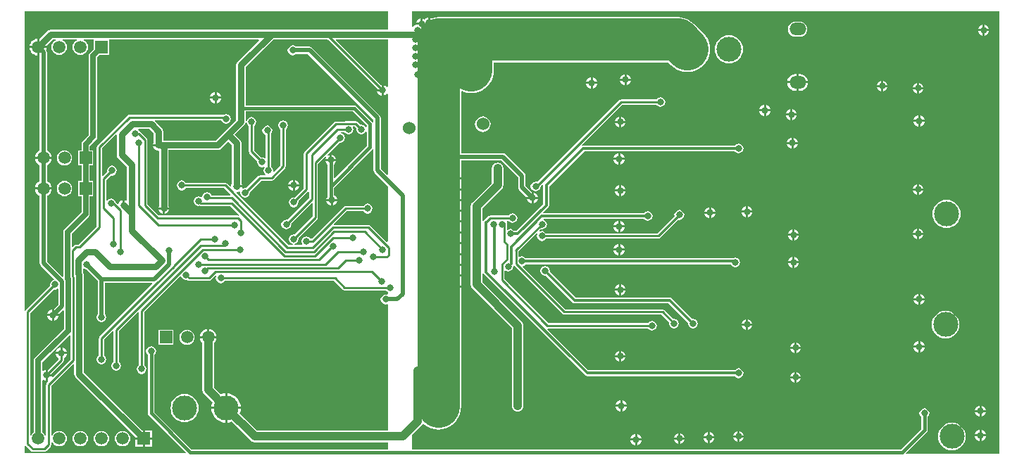
<source format=gbl>
%FSTAX23Y23*%
%MOIN*%
%SFA1B1*%

%IPPOS*%
%ADD36C,0.200000*%
%ADD37C,0.012000*%
%ADD38C,0.040000*%
%ADD39C,0.020000*%
%ADD40C,0.010000*%
%ADD42C,0.030000*%
%ADD45C,0.025000*%
%ADD46C,0.015000*%
%ADD48R,0.059050X0.059050*%
%ADD49C,0.059050*%
%ADD50C,0.118110*%
%ADD51O,0.078740X0.059050*%
%ADD52C,0.060000*%
%ADD53C,0.031500*%
%ADD54C,0.023620*%
%LNpcbbldcdriver-1*%
%LPD*%
G36*
X02212Y03405D02*
Y03363D01*
X02212Y03362*
X02209Y03356*
X02209Y03355*
X02235*
Y03345*
X02209*
X02209Y03343*
X02212Y03337*
X02216Y03331*
X02222Y03327*
X02228Y03324*
X02235Y03324*
X02237Y03321*
Y03063*
X02237Y03062*
X02234Y03056*
X02234Y03055*
X02285*
X02285Y03056*
X02282Y03062*
X02282Y03063*
Y03325*
Y03327*
X02515*
X02523Y03329*
X0253Y03334*
X02565Y03368*
X02582Y0335*
Y03168*
X02582Y03167*
X02579Y03161*
X02579Y03155*
X02578Y03154*
X02574Y03153*
X02558Y03168*
X02554Y03171*
X0255Y03172*
X02364*
X02361Y03176*
X02353Y03181*
X02345Y03183*
X02336Y03181*
X02328Y03176*
X02323Y03168*
X02321Y0316*
X02323Y03151*
X02328Y03143*
X02336Y03138*
X02345Y03136*
X02353Y03138*
X02361Y03143*
X02364Y03147*
X02544*
X02575Y03117*
X02573Y03112*
X02486*
X02486Y03113*
X02481Y03121*
X02473Y03126*
X02465Y03128*
X02456Y03126*
X02448Y03121*
X02443Y03113*
X02442Y03106*
X02437Y03104*
X02436Y03104*
X02433Y03106*
X02425Y03108*
X02416Y03106*
X02408Y03101*
X02403Y03093*
X02401Y03085*
X02403Y03076*
X02408Y03068*
X02416Y03063*
X02425Y03061*
X02432Y03063*
X02435Y03062*
X02574*
X02615Y03022*
X02614Y03016*
X02614Y03016*
X0261Y03017*
X02235*
X02182Y0307*
Y03375*
X02181Y03379*
X02178Y03383*
X02148Y03413*
X02144Y03416*
X02141Y03421*
X02139Y03422*
X02141Y03427*
X0219*
X02212Y03405*
G37*
G36*
X06215Y01887D02*
X05774D01*
X05772Y01891*
X0587Y01989*
X05873Y01994*
X05874Y02*
Y02062*
X05876Y02063*
X05881Y02071*
X05883Y0208*
X05881Y02088*
X05876Y02096*
X05868Y02101*
X0586Y02103*
X05851Y02101*
X05843Y02096*
X05838Y02088*
X05836Y0208*
X05838Y02071*
X05843Y02063*
X05845Y02062*
Y02006*
X05748Y01909*
X03435*
Y01976*
X03479Y0202*
X03483Y02026*
X03484Y02027*
X03489Y02029*
X03496Y02023*
X03511Y02014*
X03526Y02007*
X03543Y02003*
X0356Y02002*
X03576Y02003*
X03593Y02007*
X03608Y02014*
X03623Y02023*
X03635Y02034*
X03646Y02046*
X03655Y02061*
X03662Y02076*
X03666Y02093*
X03667Y0211*
Y0224*
Y02675*
X03645*
Y02685*
X03667*
Y02727*
X03645*
Y02737*
X03667*
Y02778*
X03645*
Y02788*
X03667*
Y02829*
X03645*
Y02839*
X03667*
Y0288*
X03645*
Y0289*
X03667*
Y02931*
X03645*
Y02941*
X03667*
Y02983*
X03645*
Y02993*
X03667*
Y03034*
X03645*
Y03044*
X03667*
Y03085*
X03645*
Y03095*
X03667*
Y03136*
X03645*
Y03146*
X03667*
Y03187*
X03645*
Y03197*
X03667*
Y03277*
X03857*
X03937Y03197*
Y0315*
X03938Y03143*
X03942Y03137*
X03975Y03105*
X04*
Y03129*
X03972Y03157*
Y03205*
X03971Y03211*
X03967Y03217*
X03877Y03307*
X03871Y03311*
X03865Y03312*
X03667*
Y0335*
Y03604*
X03671Y03607*
X03681Y03602*
X03698Y03598*
X03715Y03597*
X03731Y03598*
X03748Y03602*
X03763Y03609*
X03778Y03618*
X0379Y03629*
X03801Y03641*
X0381Y03656*
X03817Y03671*
X03821Y03688*
X03822Y03705*
Y03742*
X04648*
X04662Y03729*
X04675Y03718*
X04689Y03709*
X04704Y03702*
X04721Y03698*
X04738Y03697*
X04754Y03698*
X04771Y03702*
X04786Y03709*
X04801Y03718*
X04814Y03729*
X04824Y03741*
X04833Y03756*
X0484Y03771*
X04844Y03788*
X04845Y03805*
X04844Y03821*
X0484Y03838*
X04833Y03853*
X04824Y03868*
X04814Y0388*
X04769Y03925*
X04756Y03936*
X04741Y03945*
X04726Y03952*
X04709Y03956*
X04693Y03957*
X0356*
X03543Y03956*
X03528Y03952*
X03527Y03952*
X03521Y03955*
X0352Y03955*
Y0393*
X0351*
Y03955*
X03508Y03955*
X03502Y03952*
X03496Y03948*
X03494Y03946*
X03492Y03947*
X03486Y0395*
X03485Y0395*
Y03925*
X0348*
Y0392*
X03453*
X03447Y03917*
X03441Y03913*
X0344Y03911*
X03435Y03912*
Y03985*
X06215*
Y01887*
G37*
G36*
X0332Y03627D02*
X03315Y03626D01*
X03313Y03628*
X03307Y03632*
X03301Y03635*
X033Y03635*
Y0361*
Y03584*
X03301Y03584*
X03307Y03587*
X03313Y03591*
X03315Y03593*
X0332Y03592*
Y03211*
X03315Y03209*
X03287Y03237*
Y0348*
X03286Y03486*
X03282Y03492*
X02962Y03812*
X02956Y03816*
X0295Y03817*
X02885*
X02878Y03821*
X0287Y03823*
X02861Y03821*
X02853Y03816*
X02848Y03808*
X02846Y038*
X02848Y03791*
X02853Y03783*
X02861Y03778*
X0287Y03776*
X02878Y03778*
X02885Y03782*
X02942*
X03252Y03472*
Y03458*
X03247Y03457*
X03245Y0346*
X0317Y03535*
X03165Y03538*
X0316Y03539*
X02647*
Y0372*
X02779Y03852*
X03035*
X0327Y03617*
X03269Y03616*
X03269Y03615*
X0329*
Y03635*
X03288Y03635*
X03287Y03634*
X03074Y03847*
X03076Y03852*
X0332*
Y03627*
G37*
G36*
X01819Y02449D02*
Y02336D01*
X01734Y02252*
X01734Y02252*
X0173Y02254*
X0173Y02255*
X0171*
Y02234*
X0171Y02234*
X01712Y0223*
X01712Y0223*
X01706Y02223*
X01703Y02219*
X01702Y02215*
Y01977*
X01697Y01976*
X01696Y01978*
X01691Y01986*
X01684Y0199*
Y02236*
X01689Y02239*
X01692Y02237*
X01698Y02234*
X017Y02234*
Y0226*
Y02285*
X01698Y02285*
X01692Y02282*
X01689Y0228*
X01684Y02283*
Y02321*
X01814Y02451*
X01819Y02449*
G37*
G36*
X02037Y03398D02*
Y03305D01*
X02039Y03296*
X02044Y03289*
X02085Y03248*
Y03091*
X0208Y03088*
X02076Y0309*
X02075Y0309*
Y03065*
X02065*
Y0309*
X02063Y0309*
X02057Y03087*
X02051Y03083*
X02047Y03077*
X02045Y03073*
X0204Y03072*
X02032Y0308*
X02031Y03083*
X02026Y03091*
X02018Y03096*
X0201Y03098*
X02001Y03096*
X01993Y03091*
X01992Y03089*
X01987Y0309*
Y03184*
X0201Y03207*
X02015Y03206*
X02023Y03208*
X02031Y03213*
X02036Y03221*
X02038Y0323*
X02036Y03238*
X02031Y03246*
X02023Y03251*
X02015Y03253*
X02006Y03251*
X01998Y03246*
X01993Y03238*
X01991Y0323*
X01992Y03225*
X01971Y03204*
X01967Y03206*
Y03334*
X02032Y034*
X02037Y03398*
G37*
G36*
X0176Y02667D02*
Y02594D01*
X0174Y02574*
Y0255*
X01764*
X01782Y02568*
X01787Y02566*
Y0248*
X0165Y02344*
X01646Y02337*
X01645Y0233*
Y0199*
X01638Y01986*
X01633Y01978*
X01632Y01976*
X01627Y01977*
Y02554*
X0174Y02667*
X01745Y02666*
X01753Y02668*
X01756Y0267*
X0176Y02667*
G37*
G36*
X01886Y02763D02*
X01893Y02762D01*
X01947Y02707*
Y0255*
X01943Y02543*
X01941Y02535*
X01943Y02526*
X01948Y02518*
X01956Y02513*
X01965Y02511*
X01973Y02513*
X01981Y02518*
X01986Y02526*
X01988Y02535*
X01986Y02543*
X01982Y0255*
Y02697*
X02203*
X02205Y02693*
X01956Y02443*
X01953Y02439*
X01952Y02435*
Y02354*
X01948Y02351*
X01943Y02343*
X01941Y02335*
X01943Y02326*
X01948Y02318*
X01956Y02313*
X01965Y02311*
X01973Y02313*
X01981Y02318*
X01986Y02326*
X01988Y02335*
X01986Y02343*
X01981Y02351*
X01977Y02354*
Y02429*
X02017Y0247*
X02022Y02468*
Y02324*
X02018Y02321*
X02013Y02313*
X02011Y02305*
X02013Y02296*
X02018Y02288*
X02026Y02283*
X02035Y02281*
X02043Y02283*
X02051Y02288*
X02056Y02296*
X02058Y02305*
X02056Y02313*
X02051Y02321*
X02047Y02324*
Y02469*
X02137Y0256*
X02142Y02558*
Y02309*
X02138Y02306*
X02133Y02298*
X02131Y0229*
X02133Y02281*
X02138Y02273*
X02146Y02268*
X02155Y02266*
X02163Y02268*
X02171Y02273*
X02176Y02281*
X02178Y0229*
X02176Y02298*
X02171Y02306*
X02167Y02309*
Y02559*
X02338Y0273*
X02342Y02729*
X02343Y02726*
X02348Y02718*
X02356Y02713*
X02365Y02711*
X02369Y02712*
X02371Y02711*
X02375Y02708*
X0238Y02707*
X02475*
X02479Y02708*
X02483Y02711*
X02505Y02733*
X02509Y02729*
X02508Y02728*
X02506Y0272*
X02508Y02711*
X02513Y02703*
X02521Y02698*
X0253Y02696*
X02538Y02698*
X02546Y02703*
X02549Y02707*
X03064*
X03106Y02666*
X0311Y02663*
X03115Y02662*
X0331*
X03313Y02658*
X0332Y02654*
Y02646*
X03315Y02642*
X0331Y02643*
X03301Y02641*
X03293Y02636*
X03288Y02628*
X03286Y0262*
X03288Y02611*
X03293Y02603*
X03301Y02598*
X0331Y02596*
X03315Y02597*
X0332Y02593*
Y01997*
X02701*
X02619Y02079*
X02623Y02091*
X02623Y021*
X0256*
Y02036*
X02568Y02036*
X0258Y0204*
X0267Y0195*
X02676Y01946*
X02682Y01943*
X0269Y01942*
X0332*
Y01909*
X02391*
X02214Y02086*
Y02357*
X02216Y02358*
X02221Y02366*
X02223Y02375*
X02221Y02383*
X02216Y02391*
X02208Y02396*
X022Y02398*
X02191Y02396*
X02183Y02391*
X02178Y02383*
X02176Y02375*
X02178Y02366*
X02183Y02358*
X02185Y02357*
Y0208*
X02186Y02074*
X02189Y02069*
X02364Y01894*
X02362Y0189*
X016*
Y01926*
X01605Y01928*
X01606Y01926*
X01631Y01901*
X01635Y01898*
X0164Y01897*
X01695*
X01699Y01898*
X01703Y01901*
X01723Y01921*
X01726Y01925*
X01727Y0193*
Y01942*
X01732Y01943*
X01733Y01941*
X01738Y01933*
X01746Y01928*
X01755Y01924*
X01765Y01923*
X01774Y01924*
X01783Y01928*
X01791Y01933*
X01796Y01941*
X018Y0195*
X01801Y0196*
X018Y01969*
X01796Y01978*
X01791Y01986*
X01783Y01991*
X01774Y01995*
X01765Y01996*
X01755Y01995*
X01746Y01991*
X01738Y01986*
X01733Y01978*
X01732Y01976*
X01727Y01977*
Y02209*
X01831Y02314*
X01836Y02312*
Y02266*
X01838Y02257*
X01842Y0225*
X02125Y01967*
Y01965*
X0216*
Y01999*
X02157*
X01881Y02275*
Y02737*
X01879Y02745*
X01877Y02748*
Y02763*
X01882Y02766*
X01886Y02763*
G37*
G36*
X02652Y03458D02*
X02653Y03451D01*
X02658Y03443*
X02662Y0344*
Y0332*
X02663Y03315*
X02666Y03311*
X02702Y03274*
X02701Y0327*
X02703Y03261*
X02708Y03253*
X02716Y03248*
X02725Y03246*
X02733Y03248*
X02734Y03248*
X02737Y03245*
X02733Y03238*
X02731Y0323*
X02733Y03221*
X02738Y03213*
X0274Y03212*
X02739Y03207*
X02715*
X0271Y03206*
X02706Y03203*
X02649Y03147*
X02645Y03148*
X02636Y03146*
X02634Y03145*
X0263Y03148*
X0263Y03148*
X0263Y0315*
X02605*
Y0316*
X0263*
X0263Y03161*
X02627Y03167*
X02627Y03168*
Y0336*
X02625Y03368*
X0262Y03375*
X02596Y034*
X0264Y03444*
X02645Y03451*
X02647Y03458*
X02652*
G37*
G36*
X03172Y03429D02*
X03171Y03425D01*
X03173Y03416*
X03178Y03408*
X03186Y03403*
X03195Y03401*
X03203Y03403*
X03211Y03408*
X03215Y03414*
X0322Y03412*
Y03346*
X03069Y03195*
X03064Y03197*
Y03258*
X03068Y03261*
X03072Y03267*
X03075Y03273*
X03075Y03275*
X03024*
X03024Y03273*
X03027Y03267*
X03031Y03261*
X03035Y03258*
Y03155*
Y03106*
X03032Y03102*
X03029Y03096*
X03029Y03095*
X0308*
X0308Y03096*
X03077Y03102*
X03073Y03108*
X03067Y03112*
X03064Y03113*
Y03148*
X03245Y03329*
X03247Y03332*
X03252Y03331*
Y0323*
X03253Y03223*
X03257Y03217*
X0332Y03155*
Y02893*
X03315Y02891*
X03238Y02968*
X03234Y02971*
X03229Y02972*
X03067*
X03065Y02976*
X03126Y03037*
X03205*
X03208Y03033*
X03216Y03028*
X03225Y03026*
X03233Y03028*
X03241Y03033*
X03246Y03041*
X03248Y0305*
X03246Y03058*
X03241Y03066*
X03233Y03071*
X03225Y03073*
X03216Y03071*
X03208Y03066*
X03205Y03062*
X0312*
X03116Y03061*
X03112Y03058*
X0296Y02907*
X02954*
X02951Y02911*
X02943Y02916*
X02935Y02918*
X02926Y02916*
X02918Y02911*
X02913Y02903*
X02911Y02895*
X02913Y02886*
X02916Y02882*
X02913Y02877*
X02877*
X02877Y02882*
X02883Y02883*
X02891Y02888*
X02896Y02896*
X02898Y02905*
X02897Y02909*
X02985Y02998*
X02988Y03002*
X02989Y03007*
Y03261*
X03024Y03296*
X03028Y03293*
X03027Y03292*
X03024Y03286*
X03024Y03285*
X03045*
Y03305*
X03043Y03305*
X03037Y03302*
X03036Y03302*
X03033Y03305*
X0309Y03362*
X03095Y03361*
X03103Y03363*
X03111Y03368*
X03116Y03376*
X03118Y03385*
X03116Y03393*
X03111Y03401*
X03103Y03406*
X03097Y03407*
X03097Y03412*
X03115*
X03118Y03408*
X03126Y03403*
X03135Y03401*
X03143Y03403*
X03151Y03408*
X03156Y03416*
X03158Y03425*
X03156Y03433*
X03154Y03436*
X03157Y0344*
X03162*
X03172Y03429*
G37*
G36*
X0322Y03443D02*
Y03437D01*
X03215Y03435*
X03211Y03441*
X03203Y03446*
X03195Y03448*
X0319Y03447*
X03175Y03461*
X03171Y03464*
X03167Y03464*
X03123*
X03118Y03464*
X03116Y03462*
X03075*
X0307Y03461*
X03066Y03458*
X02926Y03318*
X02923Y03314*
X02922Y0331*
Y03145*
X02879Y03102*
X02875Y03103*
X02866Y03101*
X02858Y03096*
X02853Y03088*
X02851Y0308*
X02853Y03071*
X02858Y03063*
X02866Y03058*
X02875Y03056*
X02883Y03058*
X02891Y03063*
X02896Y03071*
X02898Y0308*
X02897Y03084*
X02942Y0313*
X02946Y03129*
X02947Y03128*
Y031*
X02844Y02997*
X0284Y02998*
X02831Y02996*
X02823Y02991*
X02818Y02983*
X02816Y02975*
X02818Y02966*
X02823Y02958*
X02831Y02953*
X0284Y02951*
X02848Y02953*
X02856Y02958*
X02861Y02966*
X02863Y02975*
X02862Y02979*
X0296Y03077*
X02964Y03075*
Y03012*
X02879Y02927*
X02875Y02928*
X02866Y02926*
X02858Y02921*
X02853Y02913*
X02851Y02905*
X02853Y02896*
X02858Y02888*
X02866Y02883*
X02872Y02882*
X02872Y02877*
X0285*
X02603Y03124*
X02604Y03128*
X02605Y03129*
X02611Y03129*
X02617Y03132*
X02618Y03132*
X02622Y03129*
X02621Y03125*
X02623Y03116*
X02628Y03108*
X02636Y03103*
X02645Y03101*
X02653Y03103*
X02661Y03108*
X02666Y03116*
X02668Y03125*
X02667Y03129*
X0272Y03182*
X0277*
X02774Y03183*
X02778Y03186*
X02833Y03241*
X02836Y03245*
X02837Y0325*
Y03425*
X02841Y03428*
X02846Y03436*
X02848Y03445*
X02846Y03453*
X02841Y03461*
X02833Y03466*
X02825Y03468*
X02816Y03466*
X02808Y03461*
X02803Y03453*
X02801Y03445*
X02803Y03436*
X02808Y03428*
X02812Y03425*
Y03255*
X02782Y03224*
X02777Y03226*
X02778Y0323*
X02776Y03238*
X02771Y03246*
X02767Y03249*
Y03404*
X02771Y03411*
X02773Y0342*
X02771Y03428*
X02766Y03436*
X02758Y03441*
X0275Y03443*
X02741Y03441*
X02733Y03436*
X02728Y03428*
X02726Y0342*
X02728Y03411*
X02733Y03403*
X02741Y03398*
X02742Y03398*
Y03291*
X02737Y03288*
X02733Y03291*
X02725Y03293*
X0272Y03292*
X02687Y03325*
Y0344*
X02691Y03443*
X02696Y03451*
X02698Y0346*
X02696Y03468*
X02691Y03476*
X02683Y03481*
X02675Y03483*
X02666Y03481*
X02658Y03476*
X02653Y03468*
X02652Y03463*
X02647Y03463*
Y0351*
X03153*
X0322Y03443*
G37*
G36*
X02711Y03847D02*
X02609Y03745D01*
X02604Y03738*
X02602Y0373*
Y0353*
Y03469*
X02549Y03415*
X02505Y03372*
X02257*
Y03415*
X02255Y03423*
X0225Y0343*
X02216Y03464*
X02218Y03469*
X02532*
X02533Y03466*
X02538Y03458*
X02546Y03453*
X02555Y03451*
X02563Y03453*
X02571Y03458*
X02576Y03466*
X02578Y03475*
X02576Y03483*
X02571Y03491*
X02563Y03496*
X02555Y03498*
X02546Y03496*
X02542Y03494*
X02097*
X02092Y03493*
X02088Y0349*
X01946Y03348*
X01943Y03344*
X01942Y0334*
Y02965*
X01856Y02879*
X01843*
X01839Y02878*
X01835Y02875*
X01828Y02868*
X01823Y0287*
Y0293*
X01904Y0301*
X01908Y03017*
X01909Y03025*
Y03108*
X01926*
Y03181*
X01909*
Y03253*
X01926*
Y03326*
X01909*
Y03346*
X01939Y03375*
X01943Y03382*
X01944Y0339*
Y03766*
X01956Y03778*
X02001*
Y03851*
X02006Y03852*
X02709*
X02711Y03847*
G37*
G36*
X0332Y03897D02*
X01725D01*
X01716Y03895*
X01709Y0389*
X01672Y03853*
X0167Y03854*
Y0382*
X01704*
X01703Y03822*
X01734Y03852*
X01747*
X01748Y03847*
X01746Y03846*
X01738Y03841*
X01733Y03833*
X01729Y03824*
X01728Y03815*
X01729Y03805*
X01733Y03796*
X01738Y03788*
X01746Y03783*
X01755Y03779*
X01765Y03778*
X01774Y03779*
X01783Y03783*
X01791Y03788*
X01796Y03796*
X018Y03805*
X01801Y03815*
X018Y03824*
X01796Y03833*
X01791Y03841*
X01783Y03846*
X01781Y03847*
X01782Y03852*
X01847*
X01848Y03847*
X01846Y03846*
X01838Y03841*
X01833Y03833*
X01829Y03824*
X01828Y03815*
X01829Y03805*
X01833Y03796*
X01838Y03788*
X01846Y03783*
X01855Y03779*
X01865Y03778*
X01874Y03779*
X01883Y03783*
X01891Y03788*
X01896Y03796*
X019Y03805*
X01901Y03815*
X019Y03824*
X01896Y03833*
X01891Y03841*
X01883Y03846*
X01881Y03847*
X01882Y03852*
X01923*
X01928Y03851*
Y03806*
X0191Y03789*
X01906Y03782*
X01905Y03775*
Y03398*
X01875Y03369*
X01871Y03362*
X0187Y03355*
Y03326*
X01853*
Y03253*
X0187*
Y03181*
X01853*
Y03108*
X0187*
Y03033*
X01789Y02952*
X01785Y02946*
X01783Y02938*
Y02728*
X01779Y02726*
X01707Y02798*
Y03109*
X01709Y0311*
X01718Y03116*
X01724Y03125*
X01728Y03134*
X01729Y0314*
X0169*
X0165*
X01651Y03134*
X01655Y03125*
X01661Y03116*
X0167Y0311*
X01672Y03109*
Y02791*
X01673Y02784*
X01677Y02779*
X0174Y02716*
X01738Y02711*
X01736Y02711*
X01728Y02706*
X01723Y02698*
X01721Y0269*
X01722Y02685*
X01606Y02568*
X01605Y02566*
X016Y02568*
Y03985*
X0332*
Y03897*
G37*
%LNpcbbldcdriver-2*%
%LPC*%
G36*
X02255Y03045D02*
X02234D01*
X02234Y03043*
X02237Y03037*
X02241Y03031*
X02247Y03027*
X02253Y03024*
X02255Y03024*
Y03045*
G37*
G36*
X02285D02*
X02265D01*
Y03024*
X02266Y03024*
X02272Y03027*
X02278Y03031*
X02282Y03037*
X02285Y03043*
X02285Y03045*
G37*
G36*
X05025Y02525D02*
Y02505D01*
X05045*
X05045Y02506*
X05042Y02512*
X05038Y02518*
X05032Y02522*
X05026Y02525*
X05025Y02525*
G37*
G36*
X04065Y02778D02*
X04056Y02776D01*
X04048Y02771*
X04043Y02763*
X04041Y02755*
X04043Y02746*
X04048Y02738*
X04056Y02733*
X04065Y02731*
X04068Y02732*
X04195Y02605*
X04199Y02602*
X04205Y02601*
X04649*
X04742Y02508*
X04741Y02505*
X04743Y02496*
X04748Y02488*
X04756Y02483*
X04765Y02481*
X04773Y02483*
X04781Y02488*
X04786Y02496*
X04788Y02505*
X04786Y02513*
X04781Y02521*
X04773Y02526*
X04765Y02528*
X04761Y02527*
X04664Y02624*
X0466Y02627*
X04655Y02628*
X0421*
X04087Y02751*
X04088Y02755*
X04086Y02763*
X04081Y02771*
X04073Y02776*
X04065Y02778*
G37*
G36*
X05045Y02495D02*
X05025D01*
Y02474*
X05026Y02474*
X05032Y02477*
X05038Y02481*
X05042Y02487*
X05045Y02493*
X05045Y02495*
G37*
G36*
X05015Y02525D02*
X05013Y02525D01*
X05007Y02522*
X05001Y02518*
X04997Y02512*
X04994Y02506*
X04994Y02505*
X05015*
Y02525*
G37*
G36*
Y02495D02*
X04994D01*
X04994Y02493*
X04997Y02487*
X05001Y02481*
X05007Y02477*
X05013Y02474*
X05015Y02474*
Y02495*
G37*
G36*
X05245Y02415D02*
X05243Y02415D01*
X05237Y02412*
X05231Y02408*
X05227Y02402*
X05224Y02396*
X05224Y02395*
X05245*
Y02415*
G37*
G36*
X05255D02*
Y02395D01*
X05275*
X05275Y02396*
X05272Y02402*
X05268Y02408*
X05262Y02412*
X05256Y02415*
X05255Y02415*
G37*
G36*
X0583Y0239D02*
X05809D01*
X05809Y02388*
X05812Y02382*
X05816Y02376*
X05822Y02372*
X05828Y02369*
X0583Y02369*
Y0239*
G37*
G36*
X0586D02*
X0584D01*
Y02369*
X05841Y02369*
X05847Y02372*
X05853Y02376*
X05857Y02382*
X0586Y02388*
X0586Y0239*
G37*
G36*
X0596Y02566D02*
X05947Y02565D01*
X05934Y02561*
X05923Y02555*
X05913Y02546*
X05904Y02536*
X05898Y02525*
X05894Y02512*
X05893Y025*
X05894Y02487*
X05898Y02474*
X05904Y02463*
X05913Y02453*
X05923Y02444*
X05934Y02438*
X05947Y02434*
X0596Y02433*
X05972Y02434*
X05985Y02438*
X05996Y02444*
X06006Y02453*
X06015Y02463*
X06021Y02474*
X06025Y02487*
X06026Y025*
X06025Y02512*
X06021Y02525*
X06015Y02536*
X06006Y02546*
X05996Y02555*
X05985Y02561*
X05972Y02565*
X0596Y02566*
G37*
G36*
X0583Y0242D02*
X05828Y0242D01*
X05822Y02417*
X05816Y02413*
X05812Y02407*
X05809Y02401*
X05809Y024*
X0583*
Y0242*
G37*
G36*
X0584D02*
Y024D01*
X0586*
X0586Y02401*
X05857Y02407*
X05853Y02413*
X05847Y02417*
X05841Y0242*
X0584Y0242*
G37*
G36*
X0441Y0288D02*
X04408Y0288D01*
X04402Y02877*
X04396Y02873*
X04392Y02867*
X04389Y02861*
X04389Y0286*
X0441*
Y0288*
G37*
G36*
X0442D02*
Y0286D01*
X0444*
X0444Y02861*
X04437Y02867*
X04433Y02873*
X04427Y02877*
X04421Y0288*
X0442Y0288*
G37*
G36*
X05235Y0292D02*
X05214D01*
X05214Y02918*
X05217Y02912*
X05221Y02906*
X05227Y02902*
X05233Y02899*
X05235Y02899*
Y0292*
G37*
G36*
X05245Y0282D02*
Y028D01*
X05265*
X05265Y02801*
X05262Y02807*
X05258Y02813*
X05252Y02817*
X05246Y0282*
X05245Y0282*
G37*
G36*
X0441Y0285D02*
X04389D01*
X04389Y02848*
X04392Y02842*
X04396Y02836*
X04402Y02832*
X04408Y02829*
X0441Y02829*
Y0285*
G37*
G36*
X0444D02*
X0442D01*
Y02829*
X04421Y02829*
X04427Y02832*
X04433Y02836*
X04437Y02842*
X0444Y02848*
X0444Y0285*
G37*
G36*
X05235Y0295D02*
X05233Y0295D01*
X05227Y02947*
X05221Y02943*
X05217Y02937*
X05214Y02931*
X05214Y0293*
X05235*
Y0295*
G37*
G36*
X05245D02*
Y0293D01*
X05265*
X05265Y02931*
X05262Y02937*
X05258Y02943*
X05252Y02947*
X05246Y0295*
X05245Y0295*
G37*
G36*
X05825Y02955D02*
X05823Y02955D01*
X05817Y02952*
X05811Y02948*
X05807Y02942*
X05804Y02936*
X05804Y02935*
X05825*
Y02955*
G37*
G36*
X05265Y0292D02*
X05245D01*
Y02899*
X05246Y02899*
X05252Y02902*
X05258Y02906*
X05262Y02912*
X05265Y02918*
X05265Y0292*
G37*
G36*
X05825Y02925D02*
X05804D01*
X05804Y02923*
X05807Y02917*
X05811Y02911*
X05817Y02907*
X05823Y02904*
X05825Y02904*
Y02925*
G37*
G36*
X05855D02*
X05835D01*
Y02904*
X05836Y02904*
X05842Y02907*
X05848Y02911*
X05852Y02917*
X05855Y02923*
X05855Y02925*
G37*
G36*
X05235Y0282D02*
X05233Y0282D01*
X05227Y02817*
X05221Y02813*
X05217Y02807*
X05214Y02801*
X05214Y028*
X05235*
Y0282*
G37*
G36*
X0586Y02615D02*
X0584D01*
Y02594*
X05841Y02594*
X05847Y02597*
X05853Y02601*
X05857Y02607*
X0586Y02613*
X0586Y02615*
G37*
G36*
X0583Y02645D02*
X05828Y02645D01*
X05822Y02642*
X05816Y02638*
X05812Y02632*
X05809Y02626*
X05809Y02625*
X0583*
Y02645*
G37*
G36*
X0584D02*
Y02625D01*
X0586*
X0586Y02626*
X05857Y02632*
X05853Y02638*
X05847Y02642*
X05841Y02645*
X0584Y02645*
G37*
G36*
X0583Y02615D02*
X05809D01*
X05809Y02613*
X05812Y02607*
X05816Y02601*
X05822Y02597*
X05828Y02594*
X0583Y02594*
Y02615*
G37*
G36*
X04425Y0269D02*
Y0267D01*
X04445*
X04445Y02671*
X04442Y02677*
X04438Y02683*
X04432Y02687*
X04426Y0269*
X04425Y0269*
G37*
G36*
X05235Y0279D02*
X05214D01*
X05214Y02788*
X05217Y02782*
X05221Y02776*
X05227Y02772*
X05233Y02769*
X05235Y02769*
Y0279*
G37*
G36*
X05265D02*
X05245D01*
Y02769*
X05246Y02769*
X05252Y02772*
X05258Y02776*
X05262Y02782*
X05265Y02788*
X05265Y0279*
G37*
G36*
X04415Y0266D02*
X04394D01*
X04394Y02658*
X04397Y02652*
X04401Y02646*
X04407Y02642*
X04413Y02639*
X04415Y02639*
Y0266*
G37*
G36*
X04445D02*
X04425D01*
Y02639*
X04426Y02639*
X04432Y02642*
X04438Y02646*
X04442Y02652*
X04445Y02658*
X04445Y0266*
G37*
G36*
X04415Y0269D02*
X04413Y0269D01*
X04407Y02687*
X04401Y02683*
X04397Y02677*
X04394Y02671*
X04394Y0267*
X04415*
Y0269*
G37*
G36*
X0449Y0198D02*
X04488Y0198D01*
X04482Y01977*
X04476Y01973*
X04472Y01967*
X04469Y01961*
X04469Y0196*
X0449*
Y0198*
G37*
G36*
X045D02*
Y0196D01*
X0452*
X0452Y01961*
X04517Y01967*
X04513Y01973*
X04507Y01977*
X04501Y0198*
X045Y0198*
G37*
G36*
X04695Y01985D02*
X04693Y01985D01*
X04687Y01982*
X04681Y01978*
X04677Y01972*
X04674Y01966*
X04674Y01965*
X04695*
Y01985*
G37*
G36*
X05005Y01965D02*
X04985D01*
Y01944*
X04986Y01944*
X04992Y01947*
X04998Y01951*
X05002Y01957*
X05005Y01963*
X05005Y01965*
G37*
G36*
X0612Y0197D02*
X06099D01*
X06099Y01968*
X06102Y01962*
X06106Y01956*
X06112Y01952*
X06118Y01949*
X0612Y01949*
Y0197*
G37*
G36*
X0615D02*
X0613D01*
Y01949*
X06131Y01949*
X06137Y01952*
X06143Y01956*
X06147Y01962*
X0615Y01968*
X0615Y0197*
G37*
G36*
X04845Y0199D02*
Y0197D01*
X04865*
X04865Y01971*
X04862Y01977*
X04858Y01983*
X04852Y01987*
X04846Y0199*
X04845Y0199*
G37*
G36*
X04975Y01995D02*
X04973Y01995D01*
X04967Y01992*
X04961Y01988*
X04957Y01982*
X04954Y01976*
X04954Y01975*
X04975*
Y01995*
G37*
G36*
X04985D02*
Y01975D01*
X05005*
X05005Y01976*
X05002Y01982*
X04998Y01988*
X04992Y01992*
X04986Y01995*
X04985Y01995*
G37*
G36*
X04705Y01985D02*
Y01965D01*
X04725*
X04725Y01966*
X04722Y01972*
X04718Y01978*
X04712Y01982*
X04706Y01985*
X04705Y01985*
G37*
G36*
X04835Y0199D02*
X04833Y0199D01*
X04827Y01987*
X04821Y01983*
X04817Y01977*
X04814Y01971*
X04814Y0197*
X04835*
Y0199*
G37*
G36*
X04975Y01965D02*
X04954D01*
X04954Y01963*
X04957Y01957*
X04961Y01951*
X04967Y01947*
X04973Y01944*
X04975Y01944*
Y01965*
G37*
G36*
X0599Y02036D02*
X05977Y02035D01*
X05964Y02031*
X05953Y02025*
X05943Y02016*
X05934Y02006*
X05928Y01995*
X05924Y01982*
X05923Y0197*
X05924Y01957*
X05928Y01944*
X05934Y01933*
X05943Y01923*
X05953Y01914*
X05964Y01908*
X05977Y01904*
X0599Y01903*
X06002Y01904*
X06015Y01908*
X06026Y01914*
X06036Y01923*
X06045Y01933*
X06051Y01944*
X06055Y01957*
X06056Y0197*
X06055Y01982*
X06051Y01995*
X06045Y02006*
X06036Y02016*
X06026Y02025*
X06015Y02031*
X06002Y02035*
X0599Y02036*
G37*
G36*
X04725Y01955D02*
X04705D01*
Y01934*
X04706Y01934*
X04712Y01937*
X04718Y01941*
X04722Y01947*
X04725Y01953*
X04725Y01955*
G37*
G36*
X04835Y0196D02*
X04814D01*
X04814Y01958*
X04817Y01952*
X04821Y01946*
X04827Y01942*
X04833Y01939*
X04835Y01939*
Y0196*
G37*
G36*
X04865D02*
X04845D01*
Y01939*
X04846Y01939*
X04852Y01942*
X04858Y01946*
X04862Y01952*
X04865Y01958*
X04865Y0196*
G37*
G36*
X0449Y0195D02*
X04469D01*
X04469Y01948*
X04472Y01942*
X04476Y01936*
X04482Y01932*
X04488Y01929*
X0449Y01929*
Y0195*
G37*
G36*
X0452D02*
X045D01*
Y01929*
X04501Y01929*
X04507Y01932*
X04513Y01936*
X04517Y01942*
X0452Y01948*
X0452Y0195*
G37*
G36*
X04695Y01955D02*
X04674D01*
X04674Y01953*
X04677Y01947*
X04681Y01941*
X04687Y01937*
X04693Y01934*
X04695Y01934*
Y01955*
G37*
G36*
X05245Y02275D02*
X05243Y02275D01*
X05237Y02272*
X05231Y02268*
X05227Y02262*
X05224Y02256*
X05224Y02255*
X05245*
Y02275*
G37*
G36*
X05255D02*
Y02255D01*
X05275*
X05275Y02256*
X05272Y02262*
X05268Y02268*
X05262Y02272*
X05256Y02275*
X05255Y02275*
G37*
G36*
X0443Y0214D02*
Y0212D01*
X0445*
X0445Y02121*
X04447Y02127*
X04443Y02133*
X04437Y02137*
X04431Y0214*
X0443Y0214*
G37*
G36*
X05245Y02245D02*
X05224D01*
X05224Y02243*
X05227Y02237*
X05231Y02231*
X05237Y02227*
X05243Y02224*
X05245Y02224*
Y02245*
G37*
G36*
X05275D02*
X05255D01*
Y02224*
X05256Y02224*
X05262Y02227*
X05268Y02231*
X05272Y02237*
X05275Y02243*
X05275Y02245*
G37*
G36*
X04425Y02375D02*
Y02355D01*
X04445*
X04445Y02356*
X04442Y02362*
X04438Y02368*
X04432Y02372*
X04426Y02375*
X04425Y02375*
G37*
G36*
X05245Y02385D02*
X05224D01*
X05224Y02383*
X05227Y02377*
X05231Y02371*
X05237Y02367*
X05243Y02364*
X05245Y02364*
Y02385*
G37*
G36*
X05275D02*
X05255D01*
Y02364*
X05256Y02364*
X05262Y02367*
X05268Y02371*
X05272Y02377*
X05275Y02383*
X05275Y02385*
G37*
G36*
X04415Y02345D02*
X04394D01*
X04394Y02343*
X04397Y02337*
X04401Y02331*
X04407Y02327*
X04413Y02324*
X04415Y02324*
Y02345*
G37*
G36*
X04445D02*
X04425D01*
Y02324*
X04426Y02324*
X04432Y02327*
X04438Y02331*
X04442Y02337*
X04445Y02343*
X04445Y02345*
G37*
G36*
X04415Y02375D02*
X04413Y02375D01*
X04407Y02372*
X04401Y02368*
X04397Y02362*
X04394Y02356*
X04394Y02355*
X04415*
Y02375*
G37*
G36*
X0442Y0214D02*
X04418Y0214D01*
X04412Y02137*
X04406Y02133*
X04402Y02127*
X04399Y02121*
X04399Y0212*
X0442*
Y0214*
G37*
G36*
X0612Y02085D02*
X06099D01*
X06099Y02083*
X06102Y02077*
X06106Y02071*
X06112Y02067*
X06118Y02064*
X0612Y02064*
Y02085*
G37*
G36*
X0615D02*
X0613D01*
Y02064*
X06131Y02064*
X06137Y02067*
X06143Y02071*
X06147Y02077*
X0615Y02083*
X0615Y02085*
G37*
G36*
X0612Y02D02*
X06118Y02D01*
X06112Y01997*
X06106Y01993*
X06102Y01987*
X06099Y01981*
X06099Y0198*
X0612*
Y02*
G37*
G36*
X0613D02*
Y0198D01*
X0615*
X0615Y01981*
X06147Y01987*
X06143Y01993*
X06137Y01997*
X06131Y02*
X0613Y02*
G37*
G36*
Y02115D02*
Y02095D01*
X0615*
X0615Y02096*
X06147Y02102*
X06143Y02108*
X06137Y02112*
X06131Y02115*
X0613Y02115*
G37*
G36*
X0442Y0211D02*
X04399D01*
X04399Y02108*
X04402Y02102*
X04406Y02096*
X04412Y02092*
X04418Y02089*
X0442Y02089*
Y0211*
G37*
G36*
X0445D02*
X0443D01*
Y02089*
X04431Y02089*
X04437Y02092*
X04443Y02096*
X04447Y02102*
X0445Y02108*
X0445Y0211*
G37*
G36*
X0612Y02115D02*
X06118Y02115D01*
X06112Y02112*
X06106Y02108*
X06102Y02102*
X06099Y02096*
X06099Y02095*
X0612*
Y02115*
G37*
G36*
X05835Y02955D02*
Y02935D01*
X05855*
X05855Y02936*
X05852Y02942*
X05848Y02948*
X05842Y02952*
X05836Y02955*
X05835Y02955*
G37*
G36*
X0511Y0354D02*
Y0352D01*
X0513*
X0513Y03521*
X05127Y03527*
X05123Y03533*
X05117Y03537*
X05111Y0354*
X0511Y0354*
G37*
G36*
X0461Y03578D02*
X04601Y03576D01*
X04593Y03571*
X0459Y03567*
X04425*
X0442Y03566*
X04416Y03563*
X04029Y03176*
X04028Y03176*
X0402Y03178*
X04011Y03176*
X04003Y03171*
X03998Y03163*
X03996Y03155*
X03998Y03146*
X04003Y03138*
X04011Y03133*
X0402Y03131*
X04028Y03133*
X04036Y03138*
X04041Y03146*
X04043Y03155*
X04043Y03155*
X04052Y03165*
X04057Y03162*
X04056Y0316*
Y0307*
X03929Y02943*
X03918*
X03916Y02946*
X03908Y02951*
X039Y02953*
X03891Y02951*
X03888Y02949*
X03884Y02952*
Y02982*
X03883Y02986*
X03883Y02987*
X03885Y02992*
X0389*
X03893Y02988*
X03901Y02983*
X0391Y02981*
X03918Y02983*
X03926Y02988*
X03931Y02996*
X03933Y03005*
X03931Y03013*
X03926Y03021*
X03918Y03026*
X0391Y03028*
X03901Y03026*
X03893Y03021*
X0389Y03017*
X03805*
X038Y03016*
X03796Y03013*
X03779Y02997*
X03779*
X03775Y02994*
X03772Y0299*
X03772Y02987*
X03767Y02987*
Y03048*
X03849Y0313*
X03859Y0314*
X03863Y03146*
X03866Y03152*
X03867Y0316*
Y032*
Y0324*
X03866Y03247*
X03863Y03253*
X03859Y03259*
X03853Y03263*
X03847Y03266*
X0384Y03267*
X03832Y03266*
X03826Y03263*
X0382Y03259*
X03816Y03253*
X03813Y03247*
X03812Y0324*
Y032*
Y03171*
X0381Y03169*
X0372Y03079*
X03716Y03073*
X03713Y03067*
X03712Y0306*
Y0269*
X03713Y02682*
X03716Y02676*
X0372Y0267*
X03907Y02483*
Y02225*
Y02185*
Y0215*
Y02115*
X03908Y02107*
X03911Y02101*
X03915Y02095*
X03921Y02091*
X03927Y02088*
X03935Y02087*
X03942Y02088*
X03948Y02091*
X03954Y02095*
X03958Y02101*
X03961Y02107*
X03962Y02115*
Y0215*
Y02185*
Y02225*
Y02495*
X03961Y02502*
X03958Y02508*
X03954Y02514*
X03767Y02701*
Y02746*
X03772Y02746*
X03772Y02744*
X03775Y0274*
X04255Y0226*
X04259Y02257*
X04264Y02256*
X04961*
X04963Y02253*
X04971Y02248*
X0498Y02246*
X04988Y02248*
X04996Y02253*
X05001Y02261*
X05003Y0227*
X05001Y02278*
X04996Y02286*
X04988Y02291*
X0498Y02293*
X04971Y02291*
X04963Y02286*
X04961Y02283*
X04269*
X04075Y02477*
X04075Y02478*
X04077Y02482*
X0455*
X04553Y02478*
X04561Y02473*
X0457Y02471*
X04578Y02473*
X04586Y02478*
X04591Y02486*
X04593Y02495*
X04591Y02503*
X04586Y02511*
X04578Y02516*
X0457Y02518*
X04561Y02516*
X04553Y02511*
X0455Y02507*
X0408*
X03872Y02715*
Y02753*
X03877Y02756*
X03881Y02753*
X0389Y02751*
X03898Y02753*
X03906Y02758*
X03911Y02766*
X03913Y02775*
X03914Y02777*
X03921Y02777*
X04147Y02551*
X04151Y02548*
X04155Y02547*
X04614*
X04652Y02509*
X04651Y02505*
X04653Y02496*
X04658Y02488*
X04666Y02483*
X04675Y02481*
X04683Y02483*
X04691Y02488*
X04696Y02496*
X04698Y02505*
X04696Y02513*
X04691Y02521*
X04683Y02526*
X04675Y02528*
X0467Y02527*
X04628Y02568*
X04624Y02571*
X0462Y02572*
X0416*
X03959Y02773*
X03961Y02778*
X03963Y02778*
X03971Y02783*
X03973Y02786*
X04943*
X04943Y02786*
X04948Y02778*
X04956Y02773*
X04965Y02771*
X04973Y02773*
X04981Y02778*
X04986Y02786*
X04988Y02795*
X04986Y02803*
X04981Y02811*
X04973Y02816*
X04965Y02818*
X04956Y02816*
X04951Y02813*
X03973*
X03971Y02816*
X03963Y02821*
X03955Y02823*
X03946Y02821*
X03943Y02819*
X03939Y02822*
Y02847*
X04025Y02933*
X04029Y02929*
X04028Y02928*
X04026Y0292*
X04028Y02911*
X04033Y02903*
X04041Y02898*
X0405Y02896*
X04058Y02898*
X04066Y02903*
X04069Y02907*
X046*
X04604Y02908*
X04608Y02911*
X04695Y02997*
X047Y02996*
X04708Y02998*
X04716Y03003*
X04721Y03011*
X04723Y0302*
X04721Y03028*
X04716Y03036*
X04708Y03041*
X047Y03043*
X04691Y03041*
X04683Y03036*
X04678Y03028*
X04676Y0302*
X04677Y03015*
X04594Y02932*
X04069*
X04066Y02936*
X04058Y02941*
X0405Y02943*
X04041Y02941*
X0404Y0294*
X04036Y02944*
X04045Y02952*
X0405Y02951*
X04058Y02953*
X04066Y02958*
X04071Y02966*
X04073Y02975*
X04071Y02983*
X04066Y02991*
X04058Y02996*
X04057Y02996*
X04057Y03001*
X04531*
X04533Y02998*
X04541Y02993*
X0455Y02991*
X04558Y02993*
X04566Y02998*
X04571Y03006*
X04573Y03015*
X04571Y03023*
X04566Y03031*
X04558Y03036*
X0455Y03038*
X04541Y03036*
X04533Y03031*
X04531Y03028*
X04058*
X04056Y03032*
X04079Y03055*
X04082Y03059*
X04083Y03065*
Y03154*
X0425Y03321*
X04961*
X04963Y03318*
X04971Y03313*
X0498Y03311*
X04988Y03313*
X04996Y03318*
X05001Y03326*
X05003Y03335*
X05001Y03343*
X04996Y03351*
X04988Y03356*
X0498Y03358*
X04971Y03356*
X04963Y03351*
X04961Y03348*
X04245*
X04242Y03347*
X04239Y03352*
X0443Y03542*
X0459*
X04593Y03538*
X04601Y03533*
X0461Y03531*
X04618Y03533*
X04626Y03538*
X04631Y03546*
X04633Y03555*
X04631Y03563*
X04626Y03571*
X04618Y03576*
X0461Y03578*
G37*
G36*
X05655Y03625D02*
X05634D01*
X05634Y03623*
X05637Y03617*
X05641Y03611*
X05647Y03607*
X05653Y03604*
X05655Y03604*
Y03625*
G37*
G36*
X05685D02*
X05665D01*
Y03604*
X05666Y03604*
X05672Y03607*
X05678Y03611*
X05682Y03617*
X05685Y03623*
X05685Y03625*
G37*
G36*
X05255Y03643D02*
X0521D01*
X05211Y03637*
X05215Y03628*
X05221Y03619*
X0523Y03613*
X05239Y03609*
X0525Y03608*
X05255*
Y03643*
G37*
G36*
X05825Y03615D02*
X05804D01*
X05804Y03613*
X05807Y03607*
X05811Y03601*
X05817Y03597*
X05823Y03594*
X05825Y03594*
Y03615*
G37*
G36*
X05855D02*
X05835D01*
Y03594*
X05836Y03594*
X05842Y03597*
X05848Y03601*
X05852Y03607*
X05855Y03613*
X05855Y03615*
G37*
G36*
X05225Y0349D02*
X05204D01*
X05204Y03488*
X05207Y03482*
X05211Y03476*
X05217Y03472*
X05223Y03469*
X05225Y03469*
Y0349*
G37*
G36*
X05255D02*
X05235D01*
Y03469*
X05236Y03469*
X05242Y03472*
X05248Y03476*
X05252Y03482*
X05255Y03488*
X05255Y0349*
G37*
G36*
X0583Y0349D02*
X05828Y0349D01*
X05822Y03487*
X05816Y03483*
X05812Y03477*
X05809Y03471*
X05809Y0347*
X0583*
Y0349*
G37*
G36*
X0586Y0346D02*
X0584D01*
Y03439*
X05841Y03439*
X05847Y03442*
X05853Y03446*
X05857Y03452*
X0586Y03458*
X0586Y0346*
G37*
G36*
X04415Y03485D02*
X04413Y03485D01*
X04407Y03482*
X04401Y03478*
X04397Y03472*
X04394Y03466*
X04394Y03465*
X04415*
Y03485*
G37*
G36*
X04425D02*
Y03465D01*
X04445*
X04445Y03466*
X04442Y03472*
X04438Y03478*
X04432Y03482*
X04426Y03485*
X04425Y03485*
G37*
G36*
X05225Y0352D02*
X05223Y0352D01*
X05217Y03517*
X05211Y03513*
X05207Y03507*
X05204Y03501*
X05204Y035*
X05225*
Y0352*
G37*
G36*
X05235D02*
Y035D01*
X05255*
X05255Y03501*
X05252Y03507*
X05248Y03513*
X05242Y03517*
X05236Y0352*
X05235Y0352*
G37*
G36*
X051Y0354D02*
X05098Y0354D01*
X05092Y03537*
X05086Y03533*
X05082Y03527*
X05079Y03521*
X05079Y0352*
X051*
Y0354*
G37*
G36*
X0584Y0349D02*
Y0347D01*
X0586*
X0586Y03471*
X05857Y03477*
X05853Y03483*
X05847Y03487*
X05841Y0349*
X0584Y0349*
G37*
G36*
X051Y0351D02*
X05079D01*
X05079Y03508*
X05082Y03502*
X05086Y03496*
X05092Y03492*
X05098Y03489*
X051Y03489*
Y0351*
G37*
G36*
X0513D02*
X0511D01*
Y03489*
X05111Y03489*
X05117Y03492*
X05123Y03496*
X05127Y03502*
X0513Y03508*
X0513Y0351*
G37*
G36*
X04935Y03871D02*
X04922Y0387D01*
X04909Y03866*
X04898Y0386*
X04888Y03851*
X04879Y03841*
X04873Y0383*
X04869Y03817*
X04868Y03805*
X04869Y03792*
X04873Y03779*
X04879Y03768*
X04888Y03758*
X04898Y03749*
X04909Y03743*
X04922Y03739*
X04935Y03738*
X04947Y03739*
X0496Y03743*
X04971Y03749*
X04981Y03758*
X0499Y03768*
X04996Y03779*
X05Y03792*
X05001Y03805*
X05Y03817*
X04996Y0383*
X0499Y03841*
X04981Y03851*
X04971Y0386*
X0496Y03866*
X04947Y0387*
X04935Y03871*
G37*
G36*
X05269Y03687D02*
X05265D01*
Y03653*
X05309*
X05308Y03658*
X05304Y03667*
X05298Y03676*
X05289Y03682*
X0528Y03686*
X05269Y03687*
G37*
G36*
X0444Y03685D02*
X04438Y03685D01*
X04432Y03682*
X04426Y03678*
X04422Y03672*
X04419Y03666*
X04419Y03665*
X0444*
Y03685*
G37*
G36*
X0445D02*
Y03665D01*
X0447*
X0447Y03666*
X04467Y03672*
X04463Y03678*
X04457Y03682*
X04451Y03685*
X0445Y03685*
G37*
G36*
X06135Y0392D02*
X06133Y0392D01*
X06127Y03917*
X06121Y03913*
X06117Y03907*
X06114Y03901*
X06114Y039*
X06135*
Y0392*
G37*
G36*
X06145D02*
Y039D01*
X06165*
X06165Y03901*
X06162Y03907*
X06158Y03913*
X06152Y03917*
X06146Y0392*
X06145Y0392*
G37*
G36*
X03475Y0395D02*
X03473Y0395D01*
X03467Y03947*
X03461Y03943*
X03457Y03937*
X03454Y03931*
X03454Y0393*
X03475*
Y0395*
G37*
G36*
X05269Y03936D02*
X0525D01*
X0524Y03935*
X05231Y03931*
X05224Y03926*
X05218Y03918*
X05214Y03909*
X05213Y039*
X05214Y0389*
X05218Y03881*
X05224Y03873*
X05231Y03868*
X0524Y03864*
X0525Y03863*
X05269*
X05279Y03864*
X05288Y03868*
X05295Y03873*
X05301Y03881*
X05305Y0389*
X05306Y039*
X05305Y03909*
X05301Y03918*
X05295Y03926*
X05288Y03931*
X05279Y03935*
X05269Y03936*
G37*
G36*
X06135Y0389D02*
X06114D01*
X06114Y03888*
X06117Y03882*
X06121Y03876*
X06127Y03872*
X06133Y03869*
X06135Y03869*
Y0389*
G37*
G36*
X06165D02*
X06145D01*
Y03869*
X06146Y03869*
X06152Y03872*
X06158Y03876*
X06162Y03882*
X06165Y03888*
X06165Y0389*
G37*
G36*
X05825Y03645D02*
X05823Y03645D01*
X05817Y03642*
X05811Y03638*
X05807Y03632*
X05804Y03626*
X05804Y03625*
X05825*
Y03645*
G37*
G36*
X05835D02*
Y03625D01*
X05855*
X05855Y03626*
X05852Y03632*
X05848Y03638*
X05842Y03642*
X05836Y03645*
X05835Y03645*
G37*
G36*
X0444Y03655D02*
X04419D01*
X04419Y03653*
X04422Y03647*
X04426Y03641*
X04432Y03637*
X04438Y03634*
X0444Y03634*
Y03655*
G37*
G36*
X05309Y03643D02*
X05265D01*
Y03608*
X05269*
X0528Y03609*
X05289Y03613*
X05298Y03619*
X05304Y03628*
X05308Y03637*
X05309Y03643*
G37*
G36*
X0428Y0364D02*
X04259D01*
X04259Y03638*
X04262Y03632*
X04266Y03626*
X04272Y03622*
X04278Y03619*
X0428Y03619*
Y0364*
G37*
G36*
X0431D02*
X0429D01*
Y03619*
X04291Y03619*
X04297Y03622*
X04303Y03626*
X04307Y03632*
X0431Y03638*
X0431Y0364*
G37*
G36*
X0428Y0367D02*
X04278Y0367D01*
X04272Y03667*
X04266Y03663*
X04262Y03657*
X04259Y03651*
X04259Y0365*
X0428*
Y0367*
G37*
G36*
X0429D02*
Y0365D01*
X0431*
X0431Y03651*
X04307Y03657*
X04303Y03663*
X04297Y03667*
X04291Y0367*
X0429Y0367*
G37*
G36*
X05255Y03687D02*
X0525D01*
X05239Y03686*
X0523Y03682*
X05221Y03676*
X05215Y03667*
X05211Y03658*
X0521Y03653*
X05255*
Y03687*
G37*
G36*
X0447Y03655D02*
X0445D01*
Y03634*
X04451Y03634*
X04457Y03637*
X04463Y03641*
X04467Y03647*
X0447Y03653*
X0447Y03655*
G37*
G36*
X05655Y03655D02*
X05653Y03655D01*
X05647Y03652*
X05641Y03648*
X05637Y03642*
X05634Y03636*
X05634Y03635*
X05655*
Y03655*
G37*
G36*
X05665D02*
Y03635D01*
X05685*
X05685Y03636*
X05682Y03642*
X05678Y03648*
X05672Y03652*
X05666Y03655*
X05665Y03655*
G37*
G36*
X0583Y0346D02*
X05809D01*
X05809Y03458*
X05812Y03452*
X05816Y03446*
X05822Y03442*
X05828Y03439*
X0583Y03439*
Y0346*
G37*
G36*
X04Y03095D02*
X03979D01*
X03979Y03093*
X03982Y03087*
X03986Y03081*
X03992Y03077*
X03998Y03074*
X04Y03074*
Y03095*
G37*
G36*
X0485Y03055D02*
Y03035D01*
X0487*
X0487Y03036*
X04867Y03042*
X04863Y03048*
X04857Y03052*
X04851Y03055*
X0485Y03055*
G37*
G36*
X05015Y0306D02*
X05013Y0306D01*
X05007Y03057*
X05001Y03053*
X04997Y03047*
X04994Y03041*
X04994Y0304*
X05015*
Y0306*
G37*
G36*
X05025D02*
Y0304D01*
X05045*
X05045Y03041*
X05042Y03047*
X05038Y03053*
X05032Y03057*
X05026Y0306*
X05025Y0306*
G37*
G36*
X04415Y0313D02*
X04394D01*
X04394Y03128*
X04397Y03122*
X04401Y03116*
X04407Y03112*
X04413Y03109*
X04415Y03109*
Y0313*
G37*
G36*
X04445D02*
X04425D01*
Y03109*
X04426Y03109*
X04432Y03112*
X04438Y03116*
X04442Y03122*
X04445Y03128*
X04445Y0313*
G37*
G36*
X05825Y03135D02*
X05804D01*
X05804Y03133*
X05807Y03127*
X05811Y03121*
X05817Y03117*
X05823Y03114*
X05825Y03114*
Y03135*
G37*
G36*
X0403Y03095D02*
X0401D01*
Y03074*
X04011Y03074*
X04017Y03077*
X04023Y03081*
X04027Y03087*
X0403Y03093*
X0403Y03095*
G37*
G36*
X0401Y03125D02*
Y03105D01*
X0403*
X0403Y03106*
X04027Y03112*
X04023Y03118*
X04017Y03122*
X04011Y03125*
X0401Y03125*
G37*
G36*
X0441Y0299D02*
X04408Y0299D01*
X04402Y02987*
X04396Y02983*
X04392Y02977*
X04389Y02971*
X04389Y0297*
X0441*
Y0299*
G37*
G36*
X0442D02*
Y0297D01*
X0444*
X0444Y02971*
X04437Y02977*
X04433Y02983*
X04427Y02987*
X04421Y0299*
X0442Y0299*
G37*
G36*
X0484Y03025D02*
X04819D01*
X04819Y03023*
X04822Y03017*
X04826Y03011*
X04832Y03007*
X04838Y03004*
X0484Y03004*
Y03025*
G37*
G36*
X0441Y0296D02*
X04389D01*
X04389Y02958*
X04392Y02952*
X04396Y02946*
X04402Y02942*
X04408Y02939*
X0441Y02939*
Y0296*
G37*
G36*
X0444D02*
X0442D01*
Y02939*
X04421Y02939*
X04427Y02942*
X04433Y02946*
X04437Y02952*
X0444Y02958*
X0444Y0296*
G37*
G36*
X05965Y03091D02*
X05952Y0309D01*
X05939Y03086*
X05928Y0308*
X05918Y03071*
X05909Y03061*
X05903Y0305*
X05899Y03037*
X05898Y03025*
X05899Y03012*
X05903Y02999*
X05909Y02988*
X05918Y02978*
X05928Y02969*
X05939Y02963*
X05952Y02959*
X05965Y02958*
X05977Y02959*
X0599Y02963*
X06001Y02969*
X06011Y02978*
X0602Y02988*
X06026Y02999*
X0603Y03012*
X06031Y03025*
X0603Y03037*
X06026Y0305*
X0602Y03061*
X06011Y03071*
X06001Y0308*
X0599Y03086*
X05977Y0309*
X05965Y03091*
G37*
G36*
X0484Y03055D02*
X04838Y03055D01*
X04832Y03052*
X04826Y03048*
X04822Y03042*
X04819Y03036*
X04819Y03035*
X0484*
Y03055*
G37*
G36*
X0487Y03025D02*
X0485D01*
Y03004*
X04851Y03004*
X04857Y03007*
X04863Y03011*
X04867Y03017*
X0487Y03023*
X0487Y03025*
G37*
G36*
X05015Y0303D02*
X04994D01*
X04994Y03028*
X04997Y03022*
X05001Y03016*
X05007Y03012*
X05013Y03009*
X05015Y03009*
Y0303*
G37*
G36*
X05045D02*
X05025D01*
Y03009*
X05026Y03009*
X05032Y03012*
X05038Y03016*
X05042Y03022*
X05045Y03028*
X05045Y0303*
G37*
G36*
X0442Y0331D02*
Y0329D01*
X0444*
X0444Y03291*
X04437Y03297*
X04433Y03303*
X04427Y03307*
X04421Y0331*
X0442Y0331*
G37*
G36*
X0523Y03355D02*
X05209D01*
X05209Y03353*
X05212Y03347*
X05216Y03341*
X05222Y03337*
X05228Y03334*
X0523Y03334*
Y03355*
G37*
G36*
X0444Y0328D02*
X0442D01*
Y03259*
X04421Y03259*
X04427Y03262*
X04433Y03266*
X04437Y03272*
X0444Y03278*
X0444Y0328*
G37*
G36*
X0441Y0331D02*
X04408Y0331D01*
X04402Y03307*
X04396Y03303*
X04392Y03297*
X04389Y03291*
X04389Y0329*
X0441*
Y0331*
G37*
G36*
X0377Y03487D02*
X0376Y03486D01*
X03751Y03482*
X03743Y03476*
X03737Y03468*
X03733Y03459*
X03732Y0345*
X03733Y0344*
X03737Y03431*
X03743Y03423*
X03751Y03417*
X0376Y03413*
X0377Y03412*
X03779Y03413*
X03788Y03417*
X03796Y03423*
X03802Y03431*
X03806Y0344*
X03807Y0345*
X03806Y03459*
X03802Y03468*
X03796Y03476*
X03788Y03482*
X03779Y03486*
X0377Y03487*
G37*
G36*
X04415Y03455D02*
X04394D01*
X04394Y03453*
X04397Y03447*
X04401Y03441*
X04407Y03437*
X04413Y03434*
X04415Y03434*
Y03455*
G37*
G36*
X04445D02*
X04425D01*
Y03434*
X04426Y03434*
X04432Y03437*
X04438Y03441*
X04442Y03447*
X04445Y03453*
X04445Y03455*
G37*
G36*
X0526Y03355D02*
X0524D01*
Y03334*
X05241Y03334*
X05247Y03337*
X05253Y03341*
X05257Y03347*
X0526Y03353*
X0526Y03355*
G37*
G36*
X0523Y03385D02*
X05228Y03385D01*
X05222Y03382*
X05216Y03378*
X05212Y03372*
X05209Y03366*
X05209Y03365*
X0523*
Y03385*
G37*
G36*
X0524D02*
Y03365D01*
X0526*
X0526Y03366*
X05257Y03372*
X05253Y03378*
X05247Y03382*
X05241Y03385*
X0524Y03385*
G37*
G36*
X04415Y0316D02*
X04413Y0316D01*
X04407Y03157*
X04401Y03153*
X04397Y03147*
X04394Y03141*
X04394Y0314*
X04415*
Y0316*
G37*
G36*
X04425D02*
Y0314D01*
X04445*
X04445Y03141*
X04442Y03147*
X04438Y03153*
X04432Y03157*
X04426Y0316*
X04425Y0316*
G37*
G36*
X05825Y03165D02*
X05823Y03165D01*
X05817Y03162*
X05811Y03158*
X05807Y03152*
X05804Y03146*
X05804Y03145*
X05825*
Y03165*
G37*
G36*
X05855Y03135D02*
X05835D01*
Y03114*
X05836Y03114*
X05842Y03117*
X05848Y03121*
X05852Y03127*
X05855Y03133*
X05855Y03135*
G37*
G36*
X0441Y0328D02*
X04389D01*
X04389Y03278*
X04392Y03272*
X04396Y03266*
X04402Y03262*
X04408Y03259*
X0441Y03259*
Y0328*
G37*
G36*
X05835Y03165D02*
Y03145D01*
X05855*
X05855Y03146*
X05852Y03152*
X05848Y03158*
X05842Y03162*
X05836Y03165*
X05835Y03165*
G37*
G36*
X0329Y03605D02*
X03269D01*
X03269Y03603*
X03272Y03597*
X03276Y03591*
X03282Y03587*
X03288Y03584*
X0329Y03584*
Y03605*
G37*
G36*
X0178Y0239D02*
Y0237D01*
X018*
X018Y02371*
X01797Y02377*
X01793Y02383*
X01787Y02387*
X01781Y0239*
X0178Y0239*
G37*
G36*
X0177D02*
X01768Y0239D01*
X01762Y02387*
X01756Y02383*
X01752Y02377*
X01749Y02371*
X01749Y0237*
X0177*
Y0239*
G37*
G36*
X018Y0236D02*
X01749D01*
X01749Y02358*
X01752Y02352*
X01756Y02346*
X01762Y02342*
X01762Y02342*
Y02335*
X01712Y02284*
X01711Y02285*
X0171Y02285*
Y02265*
X0173*
X0173Y02266*
X01729Y02267*
X01783Y02321*
X01786Y02325*
X01787Y0233*
Y02342*
X01787Y02342*
X01793Y02346*
X01797Y02352*
X018Y02358*
X018Y0236*
G37*
G36*
X0173Y0254D02*
X01709D01*
X01709Y02538*
X01712Y02532*
X01716Y02526*
X01722Y02522*
X01728Y02519*
X0173Y02519*
Y0254*
G37*
G36*
X0176D02*
X0174D01*
Y02519*
X01741Y02519*
X01747Y02522*
X01753Y02526*
X01757Y02532*
X0176Y02538*
X0176Y0254*
G37*
G36*
X0173Y0257D02*
X01728Y0257D01*
X01722Y02567*
X01716Y02563*
X01712Y02557*
X01709Y02551*
X01709Y0255*
X0173*
Y0257*
G37*
G36*
X02475Y02479D02*
Y02445D01*
X02509*
X02508Y0245*
X02504Y02459*
X02498Y02468*
X02489Y02474*
X0248Y02478*
X02475Y02479*
G37*
G36*
X02306Y02476D02*
X02233D01*
Y02403*
X02306*
Y02476*
G37*
G36*
X02465Y02479D02*
X02459Y02478D01*
X0245Y02474*
X02441Y02468*
X02435Y02459*
X02431Y0245*
X0243Y02445*
X02465*
Y02479*
G37*
G36*
X0237Y02476D02*
X0236Y02475D01*
X02351Y02471*
X02343Y02466*
X02338Y02458*
X02334Y02449*
X02333Y0244*
X02334Y0243*
X02338Y02421*
X02343Y02413*
X02351Y02408*
X0236Y02404*
X0237Y02403*
X02379Y02404*
X02388Y02408*
X02396Y02413*
X02401Y02421*
X02405Y0243*
X02406Y0244*
X02405Y02449*
X02401Y02458*
X02396Y02466*
X02388Y02471*
X02379Y02475*
X0237Y02476*
G37*
G36*
X02204Y01999D02*
X0217D01*
Y01965*
X02204*
Y01999*
G37*
G36*
X01865Y01996D02*
X01855Y01995D01*
X01846Y01991*
X01838Y01986*
X01833Y01978*
X01829Y01969*
X01828Y0196*
X01829Y0195*
X01833Y01941*
X01838Y01933*
X01846Y01928*
X01855Y01924*
X01865Y01923*
X01874Y01924*
X01883Y01928*
X01891Y01933*
X01896Y01941*
X019Y0195*
X01901Y0196*
X019Y01969*
X01896Y01978*
X01891Y01986*
X01883Y01991*
X01874Y01995*
X01865Y01996*
G37*
G36*
X01965D02*
X01955Y01995D01*
X01946Y01991*
X01938Y01986*
X01933Y01978*
X01929Y01969*
X01928Y0196*
X01929Y0195*
X01933Y01941*
X01938Y01933*
X01946Y01928*
X01955Y01924*
X01965Y01923*
X01974Y01924*
X01983Y01928*
X01991Y01933*
X01996Y01941*
X02Y0195*
X02001Y0196*
X02Y01969*
X01996Y01978*
X01991Y01986*
X01983Y01991*
X01974Y01995*
X01965Y01996*
G37*
G36*
X02065D02*
X02055Y01995D01*
X02046Y01991*
X02038Y01986*
X02033Y01978*
X02029Y01969*
X02028Y0196*
X02029Y0195*
X02033Y01941*
X02038Y01933*
X02046Y01928*
X02055Y01924*
X02065Y01923*
X02074Y01924*
X02083Y01928*
X02091Y01933*
X02096Y01941*
X021Y0195*
X02101Y0196*
X021Y01969*
X02096Y01978*
X02091Y01986*
X02083Y01991*
X02074Y01995*
X02065Y01996*
G37*
G36*
X0216Y01955D02*
X02125D01*
Y0192*
X0216*
Y01955*
G37*
G36*
X02204D02*
X0217D01*
Y0192*
X02204*
Y01955*
G37*
G36*
X02358Y02171D02*
X02345Y0217D01*
X02332Y02166*
X02321Y0216*
X02311Y02151*
X02302Y02141*
X02296Y0213*
X02293Y02117*
X02291Y02105*
X02293Y02092*
X02296Y02079*
X02302Y02068*
X02311Y02058*
X02321Y02049*
X02332Y02043*
X02345Y02039*
X02358Y02038*
X02371Y02039*
X02383Y02043*
X02395Y02049*
X02405Y02058*
X02413Y02068*
X02419Y02079*
X02423Y02092*
X02424Y02105*
X02423Y02117*
X02419Y0213*
X02413Y02141*
X02405Y02151*
X02395Y0216*
X02383Y02166*
X02371Y0217*
X02358Y02171*
G37*
G36*
X0255Y021D02*
X02486D01*
X02486Y02091*
X0249Y02078*
X02497Y02066*
X02505Y02055*
X02516Y02047*
X02528Y0204*
X02541Y02036*
X0255Y02036*
Y021*
G37*
G36*
X02509Y02435D02*
X0243D01*
X02431Y02429*
X02435Y0242*
X02441Y02411*
X02442Y02411*
Y0219*
X02443Y02182*
X02446Y02176*
X0245Y0217*
X0249Y0213*
X02486Y02118*
X02486Y0211*
X0255*
Y02173*
X02541Y02173*
X02529Y02169*
X02497Y02201*
Y02411*
X02498Y02411*
X02504Y0242*
X02508Y02429*
X02509Y02435*
G37*
G36*
X0256Y02173D02*
Y0211D01*
X02623*
X02623Y02118*
X02619Y02131*
X02612Y02143*
X02604Y02154*
X02593Y02162*
X02581Y02169*
X02568Y02173*
X0256Y02173*
G37*
G36*
X0305Y03085D02*
X03029D01*
X03029Y03083*
X03032Y03077*
X03036Y03071*
X03042Y03067*
X03048Y03064*
X0305Y03064*
Y03085*
G37*
G36*
X0308D02*
X0306D01*
Y03064*
X03061Y03064*
X03067Y03067*
X03073Y03071*
X03077Y03077*
X0308Y03083*
X0308Y03085*
G37*
G36*
X03055Y03305D02*
Y03285D01*
X03075*
X03075Y03286*
X03072Y03292*
X03068Y03298*
X03062Y03302*
X03056Y03305*
X03055Y03305*
G37*
G36*
X0287Y03155D02*
X02849D01*
X02849Y03153*
X02852Y03147*
X02856Y03141*
X02862Y03137*
X02868Y03134*
X0287Y03134*
Y03155*
G37*
G36*
X029D02*
X0288D01*
Y03134*
X02881Y03134*
X02887Y03137*
X02893Y03141*
X02897Y03147*
X029Y03153*
X029Y03155*
G37*
G36*
X0288Y03185D02*
Y03165D01*
X029*
X029Y03166*
X02897Y03172*
X02893Y03178*
X02887Y03182*
X02881Y03185*
X0288Y03185*
G37*
G36*
X0287D02*
X02868Y03185D01*
X02862Y03182*
X02856Y03178*
X02852Y03172*
X02849Y03166*
X02849Y03165*
X0287*
Y03185*
G37*
G36*
X0253Y0357D02*
X0251D01*
Y03549*
X02511Y03549*
X02517Y03552*
X02523Y03556*
X02527Y03562*
X0253Y03568*
X0253Y0357*
G37*
G36*
X025Y036D02*
X02498Y036D01*
X02492Y03597*
X02486Y03593*
X02482Y03587*
X02479Y03581*
X02479Y0358*
X025*
Y036*
G37*
G36*
X0251D02*
Y0358D01*
X0253*
X0253Y03581*
X02527Y03587*
X02523Y03593*
X02517Y03597*
X02511Y036*
X0251Y036*
G37*
G36*
X025Y0357D02*
X02479D01*
X02479Y03568*
X02482Y03562*
X02486Y03556*
X02492Y03552*
X02498Y03549*
X025Y03549*
Y0357*
G37*
G36*
X0166Y0381D02*
X01625D01*
X01626Y03804*
X0163Y03795*
X01636Y03786*
X01645Y0378*
X01654Y03776*
X0166Y03775*
Y0381*
G37*
G36*
Y03854D02*
X01654Y03853D01*
X01645Y03849*
X01636Y03843*
X0163Y03834*
X01626Y03825*
X01625Y0382*
X0166*
Y03854*
G37*
G36*
X0179Y03181D02*
X0178Y0318D01*
X01771Y03176*
X01763Y03171*
X01758Y03163*
X01754Y03154*
X01753Y03145*
X01754Y03135*
X01758Y03126*
X01763Y03118*
X01771Y03113*
X0178Y03109*
X0179Y03108*
X01799Y03109*
X01808Y03113*
X01816Y03118*
X01821Y03126*
X01825Y03135*
X01826Y03145*
X01825Y03154*
X01821Y03163*
X01816Y03171*
X01808Y03176*
X01799Y0318*
X0179Y03181*
G37*
G36*
X01704Y0381D02*
X0167D01*
Y03774*
X01672Y03772*
Y03325*
X0167Y03324*
X01661Y03318*
X01655Y03309*
X01651Y033*
X0165Y03295*
X0169*
X01729*
X01728Y033*
X01724Y03309*
X01718Y03318*
X01709Y03324*
X01707Y03325*
Y0379*
X01706Y03796*
X01702Y03802*
X01703Y03804*
X01704Y0381*
G37*
G36*
X0179Y03326D02*
X0178Y03325D01*
X01771Y03321*
X01763Y03316*
X01758Y03308*
X01754Y03299*
X01753Y0329*
X01754Y0328*
X01758Y03271*
X01763Y03263*
X01771Y03258*
X0178Y03254*
X0179Y03253*
X01799Y03254*
X01808Y03258*
X01816Y03263*
X01821Y03271*
X01825Y0328*
X01826Y0329*
X01825Y03299*
X01821Y03308*
X01816Y03316*
X01808Y03321*
X01799Y03325*
X0179Y03326*
G37*
G36*
X01729Y03285D02*
X0169D01*
X0165*
X01651Y03279*
X01655Y0327*
X01661Y03261*
X0167Y03255*
X01672Y03254*
Y0318*
X0167Y03179*
X01661Y03173*
X01655Y03164*
X01651Y03155*
X0165Y0315*
X0169*
X01729*
X01728Y03155*
X01724Y03164*
X01718Y03173*
X01709Y03179*
X01707Y0318*
Y03254*
X01709Y03255*
X01718Y03261*
X01724Y0327*
X01728Y03279*
X01729Y03285*
G37*
%LNpcbbldcdriver-3*%
%LPD*%
G54D36*
X03715Y0385D02*
X04693D01*
X0356D02*
X03715D01*
Y03705D02*
Y0385D01*
X0356Y0335D02*
Y0385D01*
Y0211D02*
Y0335D01*
X04693Y0385D02*
X04738Y03805D01*
G54D37*
X03824Y0275D02*
Y02979D01*
X03955Y028D02*
X0496D01*
X04965Y02795*
X03785Y02749D02*
X04264Y0227D01*
X03785Y02749D02*
Y02985D01*
X03935Y0293D02*
X0407Y03065D01*
X039Y0293D02*
X03935D01*
X04655Y02615D02*
X04765Y02505D01*
X04205Y02615D02*
X04655D01*
X04065Y02755D02*
X04205Y02615D01*
X0407Y0316D02*
X04245Y03335D01*
X0407Y03065D02*
Y0316D01*
X0389Y02775D02*
X03903Y02788D01*
X03821Y02973D02*
Y02976D01*
X04264Y0227D02*
X0498D01*
X03903Y02788D02*
Y02868D01*
X04049Y03015*
X0455*
X03821Y02976D02*
X03824Y02979D01*
X04245Y03335D02*
X0498D01*
G54D38*
X0374Y0269D02*
X03935Y02495D01*
X0374Y0269D02*
Y0306D01*
X03935Y02225D02*
Y02495D01*
X0269Y0197D02*
X0339D01*
X02555Y02105D02*
X0269Y0197D01*
X0346Y0224D02*
Y0228D01*
Y022D02*
Y0224D01*
Y0216D02*
Y022D01*
Y0212D02*
Y0216D01*
Y0204D02*
Y0212D01*
X0339Y0197D02*
X0346Y0204D01*
X0247Y0219D02*
Y0244D01*
Y0219D02*
X02555Y02105D01*
X0383Y0315D02*
X0384Y0316D01*
X0374Y0306D02*
X0383Y0315D01*
X0384Y032D02*
Y0324D01*
Y0316D02*
Y032D01*
X03935Y02185D02*
Y02225D01*
Y0215D02*
Y02185D01*
Y02115D02*
Y0215D01*
G54D39*
X0169Y02791D02*
Y03145D01*
X0356Y0335D02*
X03615Y03295D01*
X0287Y038D02*
X0295D01*
X02285Y02785D02*
Y0285D01*
X02215Y02715D02*
X02285Y02785D01*
X0169Y02791D02*
X01777Y02703D01*
Y02587D02*
Y02703D01*
X01735Y02545D02*
X01777Y02587D01*
X01665Y03815D02*
X0169Y0379D01*
Y0329D02*
Y0379D01*
Y03145D02*
Y0329D01*
X01965Y02715D02*
X02215D01*
X0295Y038D02*
X0327Y0348D01*
Y0323D02*
Y0348D01*
Y0323D02*
X0339Y0311D01*
Y02645D02*
Y0311D01*
X03365Y0262D02*
X0339Y02645D01*
X0331Y0262D02*
X03365D01*
X01965Y02535D02*
Y02715D01*
X01895Y02785D02*
X01965Y02715D01*
X03615Y03295D02*
X03865D01*
X03955Y0315D02*
Y03205D01*
X03865Y03295D02*
X03955Y03205D01*
Y0315D02*
X04005Y031D01*
G54D40*
X02465Y031D02*
X0258D01*
X02993Y02808D02*
X0306Y02875D01*
X03872Y02892D02*
Y02982D01*
X0201Y03075D02*
X0202D01*
X02055Y0304*
X0303Y03875D02*
X03295Y0361D01*
X01955Y0334D02*
X02097Y03482D01*
X02548*
X02555Y03475*
X01955Y0296D02*
Y0334D01*
X02055Y02845D02*
Y0304D01*
X0214Y03065D02*
X02235Y0297D01*
X0214Y03065D02*
Y0336D01*
X0217Y03065D02*
Y03375D01*
Y03065D02*
X0223Y03005D01*
X0214Y03405D02*
X0217Y03375D01*
X02307Y02777D02*
X02435Y02905D01*
X02307Y02775D02*
Y02777D01*
X02224Y02693D02*
X02307Y02775D01*
X02035Y02475D02*
X02435Y02875D01*
X02155Y02565D02*
X02445Y02855D01*
X01862Y02867D02*
X01955Y0296D01*
X01843Y02867D02*
X01862D01*
X01828Y02851D02*
X01843Y02867D01*
X01828Y02729D02*
Y02851D01*
Y02729D02*
X01831Y02725D01*
Y02331D02*
Y02725D01*
X01715Y02215D02*
X01831Y02331D01*
X02235Y0335D02*
X0226Y03325D01*
X02235Y0297D02*
X02595D01*
X0223Y03005D02*
X0261D01*
X02223Y02693D02*
X02224D01*
X01965Y02435D02*
X02223Y02693D01*
X03115Y02675D02*
X0333D01*
X0307Y0272D02*
X03115Y02675D01*
X0253Y0272D02*
X0307D01*
X03785Y02985D02*
X03805Y03005D01*
X02155Y0229D02*
Y02565D01*
X01775Y0233D02*
Y02365D01*
X01705Y0226D02*
X01775Y0233D01*
X01715Y0193D02*
Y02215D01*
X01615Y0256D02*
X01745Y0269D01*
X01615Y01935D02*
Y0256D01*
Y01935D02*
X0164Y0191D01*
X01695*
X01715Y0193*
X01965Y02335D02*
Y02435D01*
X02965Y02895D02*
X0312Y0305D01*
X02935Y02895D02*
X02965D01*
X0306Y0296D02*
X03229D01*
X02965Y02865D02*
X0306Y0296D01*
X03065Y0294D02*
X0321D01*
X0297Y02845D02*
X03065Y0294D01*
X03085Y02845D02*
X03205D01*
X03025Y02785D02*
X03085Y02845D01*
X0312Y02805D02*
X03185D01*
X03083Y02768D02*
X0312Y02805D01*
X02875Y0308D02*
X02935Y0314D01*
Y0331*
X03075Y0345*
X0255Y0316D02*
X02845Y02865D01*
X0258Y031D02*
X02835Y02845D01*
X0258Y03075D02*
X0283Y02825D01*
X0296Y03305D02*
X0308Y03425D01*
X0296Y03095D02*
Y03305D01*
X03075Y0345D02*
X0312D01*
X03123Y03452*
X03167*
X03195Y03425*
X02875Y02905D02*
X02977Y03007D01*
Y03267*
X03095Y03385*
X0284Y02975D02*
X0296Y03095D01*
X0462Y0256D02*
X04675Y02505D01*
X04155Y0256D02*
X0462D01*
X03927Y02788D02*
X04155Y0256D01*
X04075Y02495D02*
X0457D01*
X0386Y0271D02*
X04075Y02495D01*
X03927Y02788D02*
Y02847D01*
X0386Y0271D02*
Y02785D01*
X0402Y03155D02*
X04025D01*
X0386Y02975D02*
X03865D01*
X03805Y03005D02*
X0391D01*
X03872Y02892D02*
X03885Y0288D01*
Y0281D02*
Y0288D01*
X0386Y02785D02*
X03885Y0281D01*
X03865Y02975D02*
X03872Y02982D01*
X03925Y0285D02*
X0405Y02975D01*
X03925Y0285D02*
X03927Y02847D01*
X046Y0292D02*
X047Y0302D01*
X0405Y0292D02*
X046D01*
X04025Y03155D02*
X04425Y03555D01*
X0461*
X0308Y03425D02*
X03135D01*
X02825Y0325D02*
Y03445D01*
X0277Y03195D02*
X02825Y0325D01*
X03315Y0282D02*
X03323Y02828D01*
Y02866*
X03229Y0296D02*
X03323Y02866D01*
X02345Y0316D02*
X0255D01*
X02645Y03125D02*
X02715Y03195D01*
X0277*
X02435Y03075D02*
X0258D01*
X02425Y03085D02*
X02435Y03075D01*
X02835Y02845D02*
X0297D01*
X0283Y02825D02*
X02975D01*
X02845Y02865D02*
X02965D01*
X02975Y02825D02*
X0306Y0291D01*
Y0287D02*
Y02875D01*
X02472Y02808D02*
X02993D01*
X02455Y02825D02*
X02472Y02808D01*
X0312Y0305D02*
X03225D01*
X0306Y0291D02*
X03155D01*
X0321Y0294D02*
X03295Y02855D01*
X02675Y0332D02*
X02725Y0327D01*
X02755Y0323D02*
Y03415D01*
X02675Y0332D02*
Y0346D01*
X0275Y0342D02*
X02755Y03415D01*
X03245Y0275D02*
X0329Y02705D01*
X02505Y0275D02*
X03245D01*
X02475Y0272D02*
X02505Y0275D01*
X02468Y02768D02*
X03083D01*
X0238Y0272D02*
X02475D01*
X02365Y02735D02*
X0238Y0272D01*
X02455Y02755D02*
X02468Y02768D01*
X0261Y03005D02*
X02625Y0299D01*
Y02935D02*
Y0299D01*
X0325Y0282D02*
X03315D01*
X02465Y031D02*
Y03105D01*
X01975Y0319D02*
X02015Y0323D01*
X01975Y0305D02*
Y0319D01*
Y0305D02*
X0202Y03005D01*
X0214Y0336D02*
Y03365D01*
X02125Y03405D02*
X0214D01*
X02435Y02875D02*
X0254D01*
X02445Y02855D02*
X0262D01*
X0254Y02875D02*
X0255Y02885D01*
X02435Y02905D02*
X025D01*
X02425Y02785D02*
X03025D01*
X02035Y02305D02*
Y02475D01*
X0202Y0288D02*
Y03005D01*
G54D42*
X0303Y03875D02*
X03545D01*
X0226Y03325D02*
Y0335D01*
X0277Y03875D02*
X0303D01*
X01725D02*
X0277D01*
X01665Y03815D02*
X01725Y03875D01*
X0226Y0305D02*
Y03325D01*
Y0335D02*
X02515D01*
X02235D02*
X0226D01*
X02565Y034D02*
X02625Y0346D01*
X02515Y0335D02*
X02565Y034D01*
X02605Y03155D02*
Y0336D01*
X02565Y034D02*
X02605Y0336D01*
X02625Y0373D02*
X0277Y03875D01*
X02625Y0353D02*
Y0373D01*
Y0346D02*
Y0353D01*
X02235Y0335D02*
Y03415D01*
X022Y0345D02*
X02235Y03415D01*
X0211Y0345D02*
X022D01*
X0206Y034D02*
X0211Y0345D01*
X0206Y03305D02*
Y034D01*
Y03305D02*
X02107Y03257D01*
Y03027D02*
Y03257D01*
X0207Y03065D02*
X02107Y03027D01*
Y02945D02*
Y03027D01*
Y02945D02*
X0225Y02803D01*
X02221Y02775D02*
X0225Y02803D01*
X02005Y02775D02*
X02221D01*
X01935Y02845D02*
X02005Y02775D01*
X01895Y02845D02*
X01935D01*
X01855Y02805D02*
X01895Y02845D01*
X01855Y0274D02*
Y02805D01*
Y0274D02*
X01858Y02737D01*
Y02266D02*
Y02737D01*
Y02266D02*
X02165Y0196D01*
G54D45*
X0189Y03025D02*
Y03145D01*
X01803Y02938D02*
X0189Y03025D01*
X01803Y02719D02*
Y02938D01*
Y02719D02*
X01807Y02715D01*
Y02472D02*
Y02715D01*
X01665Y0233D02*
X01807Y02472D01*
X0189Y03145D02*
Y0329D01*
X01665Y0196D02*
Y0233D01*
X01925Y0339D02*
Y03775D01*
X0189Y0329D02*
Y03355D01*
X01925Y0339*
Y03775D02*
X01965Y03815D01*
G54D46*
X0305Y03085D02*
Y03155D01*
Y03085D02*
X03055Y0309D01*
X0263Y03525D02*
X0316D01*
X02625Y0353D02*
X0263Y03525D01*
X0305Y03155D02*
Y0328D01*
X0316Y03525D02*
X03235Y0345D01*
Y0334D02*
Y0345D01*
X0305Y03155D02*
X03235Y0334D01*
X02385Y01895D02*
X05755D01*
X022Y0208D02*
X02385Y01895D01*
X05755D02*
X0586Y02D01*
X022Y0208D02*
Y02375D01*
X0586Y02D02*
Y0208D01*
G54D48*
X01965Y03815D03*
X02165Y0196D03*
X0227Y0244D03*
X0189Y0329D03*
Y03145D03*
G54D49*
X01865Y03815D03*
X01765D03*
X01665D03*
Y0196D03*
X01765D03*
X01865D03*
X01965D03*
X02065D03*
X0247Y0244D03*
X0237D03*
X0179Y0329D03*
X0169D03*
X0179Y03145D03*
X0169D03*
G54D50*
X04738Y03805D03*
X04935D03*
X02555Y02105D03*
X02358D03*
X0599Y0197D03*
X0596Y025D03*
X05965Y03025D03*
G54D51*
X0526Y03648D03*
Y039D03*
G54D52*
X0342Y0343D03*
X0377Y0345D03*
G54D53*
X0524Y02795D03*
X0502Y025D03*
X05105Y03515D03*
X04845Y0303D03*
X0502Y03035D03*
X0614Y03895D03*
X0566Y0363D03*
X0583Y0362D03*
X05835Y03465D03*
X0583Y0314D03*
Y0293D03*
X05835Y0262D03*
Y02395D03*
X06125Y01975D03*
Y0209D03*
X0525Y0225D03*
Y0239D03*
X0524Y02925D03*
X05235Y0336D03*
X0523Y03495D03*
X04475Y0381D03*
X04355D03*
X04255D03*
X04285Y03645D03*
X04445Y0366D03*
X0442Y0346D03*
X04415Y03285D03*
X0442Y03135D03*
X04415Y02965D03*
Y02855D03*
X0442Y02665D03*
Y0235D03*
X04425Y02115D03*
X04495Y01955D03*
X047Y0196D03*
X0484Y01965D03*
X0498Y0197D03*
X02875Y0316D03*
X02505Y03575D03*
X0346Y03685D03*
X03055Y0309D03*
X0201Y03075D03*
X0287Y038D03*
X03295Y0361D03*
X02605Y03155D03*
X02235Y0335D03*
X0226Y0305D03*
X0207Y03065D03*
X0225Y02803D03*
X01735Y02545D03*
X0331Y0262D03*
X02285Y0285D03*
X01775Y02365D03*
X01705Y0226D03*
X01895Y02785D03*
X01965Y02535D03*
X02155Y0229D03*
X01965Y02335D03*
X0305Y0328D03*
X02875Y0308D03*
X03195Y03425D03*
X04765Y02505D03*
X04065Y02755D03*
X0345Y0373D03*
Y0377D03*
Y0381D03*
Y0385D03*
X0346Y03895D03*
X0348Y03925D03*
X03515Y0393D03*
X0355D03*
X03585D03*
X0362Y03925D03*
X03655Y0393D03*
X03695D03*
X0402Y03155D03*
X0383Y0315D03*
X0386Y02975D03*
X039Y0293D03*
X0389Y02775D03*
X0391Y03005D03*
X03824Y0275D03*
X03821Y02973D03*
X0384Y032D03*
X03935Y02115D03*
Y0215D03*
Y02185D03*
Y02225D03*
X0346Y0212D03*
X0384Y0324D03*
X04005Y031D03*
X022Y02375D03*
X0586Y0208D03*
X0346Y0228D03*
Y0224D03*
Y022D03*
Y0216D03*
X0372Y0367D03*
Y0363D03*
Y03765D03*
X04675Y02505D03*
X0405Y02975D03*
X047Y0302D03*
X0405Y0292D03*
X03955Y028D03*
X0498Y0227D03*
X0457Y02495D03*
X0461Y03555D03*
X0455Y03015D03*
X04965Y02795D03*
X0498Y03335D03*
X03135Y03425D03*
X0284Y02975D03*
X03095Y03385D03*
X02875Y02905D03*
X0306Y0287D03*
X02935Y02895D03*
X01745Y0269D03*
X02555Y03475D03*
X02825Y03445D03*
X02725Y0327D03*
X02755Y0323D03*
X02645Y03125D03*
X02675Y0346D03*
X0275Y0342D03*
X0329Y02705D03*
X0253Y0272D03*
X02455Y02755D03*
X02365Y02735D03*
X02345Y0316D03*
X03205Y02845D03*
X02465Y03105D03*
X03295Y02855D03*
X0325Y0282D03*
X03185Y02805D03*
X0333Y02675D03*
X03155Y0291D03*
X02425Y03085D03*
X02125Y03405D03*
X0255Y02885D03*
X025Y02905D03*
X03225Y0305D03*
X02425Y02785D03*
X02455Y02825D03*
X02035Y02305D03*
X02595Y0297D03*
X02625Y02935D03*
X02055Y02845D03*
X0202Y0288D03*
X0262Y02855D03*
X0214Y0336D03*
X02015Y0323D03*
G54D54*
X03645Y03039D03*
Y03192D03*
Y03141D03*
Y0309D03*
Y02988D03*
Y02936D03*
Y02885D03*
Y02834D03*
Y02783D03*
Y02732D03*
Y0268D03*
X03594Y03192D03*
Y03141D03*
Y0309D03*
Y03039D03*
Y02988D03*
Y02936D03*
Y02885D03*
Y02834D03*
Y02783D03*
Y02732D03*
Y0268D03*
X03543Y03192D03*
Y03141D03*
Y0309D03*
Y03039D03*
Y02988D03*
Y02936D03*
Y02885D03*
Y02834D03*
Y02783D03*
Y02732D03*
Y0268D03*
X03492Y03192D03*
Y03141D03*
Y0309D03*
Y03039D03*
Y02988D03*
Y02936D03*
Y02885D03*
Y02834D03*
Y02783D03*
Y02732D03*
Y0268D03*
M02*
</source>
